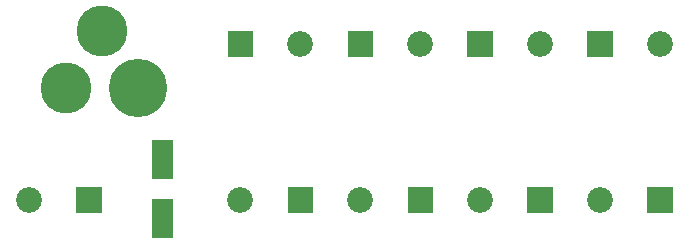
<source format=gbr>
G04 start of page 6 for group -4062 idx -4062 *
G04 Title: (unknown), soldermask *
G04 Creator: pcb 20110918 *
G04 CreationDate: Mon 25 Mar 2013 04:24:27 AM GMT UTC *
G04 For: ndholmes *
G04 Format: Gerber/RS-274X *
G04 PCB-Dimensions: 240000 80000 *
G04 PCB-Coordinate-Origin: lower left *
%MOIN*%
%FSLAX25Y25*%
%LNBOTTOMMASK*%
%ADD50R,0.0690X0.0690*%
%ADD49C,0.1700*%
%ADD48C,0.1950*%
%ADD47C,0.0860*%
%ADD46C,0.0001*%
G54D46*G36*
X223700Y18300D02*Y9700D01*
X232300D01*
Y18300D01*
X223700D01*
G37*
G54D47*X208000Y14000D03*
G54D46*G36*
X183700Y18300D02*Y9700D01*
X192300D01*
Y18300D01*
X183700D01*
G37*
G54D47*X168000Y14000D03*
G54D46*G36*
X143713Y18291D02*Y9691D01*
X152313D01*
Y18291D01*
X143713D01*
G37*
G36*
X203700Y70300D02*Y61700D01*
X212300D01*
Y70300D01*
X203700D01*
G37*
G54D47*X228000Y66000D03*
G54D46*G36*
X163700Y70300D02*Y61700D01*
X172300D01*
Y70300D01*
X163700D01*
G37*
G54D47*X188000Y66000D03*
G54D46*G36*
X123713Y70291D02*Y61691D01*
X132313D01*
Y70291D01*
X123713D01*
G37*
G36*
X83713D02*Y61691D01*
X92313D01*
Y70291D01*
X83713D01*
G37*
G54D47*X108013Y65991D03*
G54D48*X53935Y51200D03*
G54D49*X29935D03*
X41935Y70200D03*
G54D47*X148013Y65991D03*
G54D46*G36*
X103713Y18291D02*Y9691D01*
X112313D01*
Y18291D01*
X103713D01*
G37*
G54D47*X128013Y13991D03*
X88013D03*
G54D46*G36*
X33352Y18232D02*Y9632D01*
X41952D01*
Y18232D01*
X33352D01*
G37*
G54D47*X17652Y13932D03*
G54D50*X62056Y10963D02*Y4664D01*
Y30648D02*Y24349D01*
M02*

</source>
